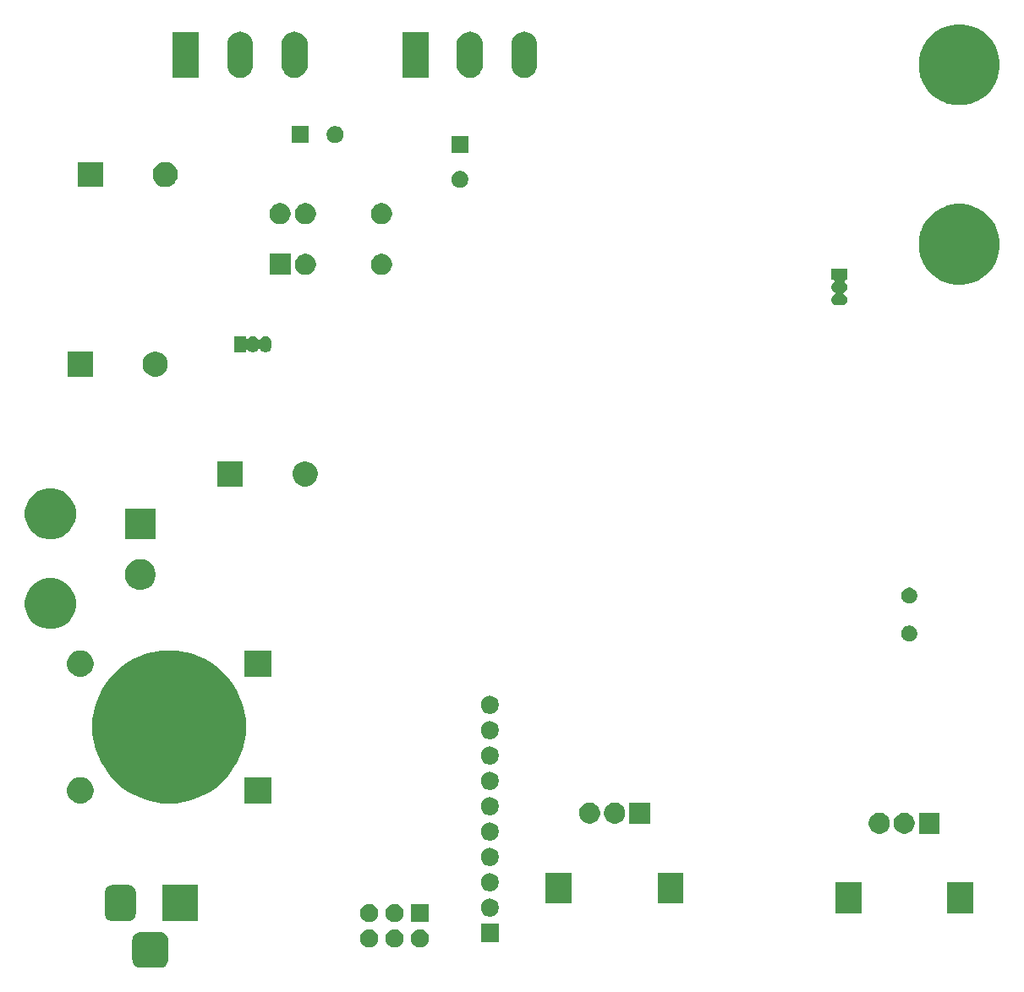
<source format=gbr>
G04 #@! TF.GenerationSoftware,KiCad,Pcbnew,(5.1.5)-3*
G04 #@! TF.CreationDate,2020-06-08T13:02:41+01:00*
G04 #@! TF.ProjectId,25v PSU,32357620-5053-4552-9e6b-696361645f70,rev?*
G04 #@! TF.SameCoordinates,Original*
G04 #@! TF.FileFunction,Soldermask,Bot*
G04 #@! TF.FilePolarity,Negative*
%FSLAX46Y46*%
G04 Gerber Fmt 4.6, Leading zero omitted, Abs format (unit mm)*
G04 Created by KiCad (PCBNEW (5.1.5)-3) date 2020-06-08 13:02:41*
%MOMM*%
%LPD*%
G04 APERTURE LIST*
%ADD10C,0.100000*%
G04 APERTURE END LIST*
D10*
G36*
X107126366Y-140915695D02*
G01*
X107283460Y-140963349D01*
X107428231Y-141040731D01*
X107555128Y-141144872D01*
X107659269Y-141271769D01*
X107736651Y-141416540D01*
X107784305Y-141573634D01*
X107801000Y-141743140D01*
X107801000Y-143656860D01*
X107784305Y-143826366D01*
X107736651Y-143983460D01*
X107659269Y-144128231D01*
X107555128Y-144255128D01*
X107428231Y-144359269D01*
X107283460Y-144436651D01*
X107126366Y-144484305D01*
X106956860Y-144501000D01*
X105043140Y-144501000D01*
X104873634Y-144484305D01*
X104716540Y-144436651D01*
X104571769Y-144359269D01*
X104444872Y-144255128D01*
X104340731Y-144128231D01*
X104263349Y-143983460D01*
X104215695Y-143826366D01*
X104199000Y-143656860D01*
X104199000Y-141743140D01*
X104215695Y-141573634D01*
X104263349Y-141416540D01*
X104340731Y-141271769D01*
X104444872Y-141144872D01*
X104571769Y-141040731D01*
X104716540Y-140963349D01*
X104873634Y-140915695D01*
X105043140Y-140899000D01*
X106956860Y-140899000D01*
X107126366Y-140915695D01*
G37*
G36*
X133113512Y-140643927D02*
G01*
X133262812Y-140673624D01*
X133426784Y-140741544D01*
X133574354Y-140840147D01*
X133699853Y-140965646D01*
X133798456Y-141113216D01*
X133866376Y-141277188D01*
X133901000Y-141451259D01*
X133901000Y-141628741D01*
X133866376Y-141802812D01*
X133798456Y-141966784D01*
X133699853Y-142114354D01*
X133574354Y-142239853D01*
X133426784Y-142338456D01*
X133262812Y-142406376D01*
X133113512Y-142436073D01*
X133088742Y-142441000D01*
X132911258Y-142441000D01*
X132886488Y-142436073D01*
X132737188Y-142406376D01*
X132573216Y-142338456D01*
X132425646Y-142239853D01*
X132300147Y-142114354D01*
X132201544Y-141966784D01*
X132133624Y-141802812D01*
X132099000Y-141628741D01*
X132099000Y-141451259D01*
X132133624Y-141277188D01*
X132201544Y-141113216D01*
X132300147Y-140965646D01*
X132425646Y-140840147D01*
X132573216Y-140741544D01*
X132737188Y-140673624D01*
X132886488Y-140643927D01*
X132911258Y-140639000D01*
X133088742Y-140639000D01*
X133113512Y-140643927D01*
G37*
G36*
X128033512Y-140643927D02*
G01*
X128182812Y-140673624D01*
X128346784Y-140741544D01*
X128494354Y-140840147D01*
X128619853Y-140965646D01*
X128718456Y-141113216D01*
X128786376Y-141277188D01*
X128821000Y-141451259D01*
X128821000Y-141628741D01*
X128786376Y-141802812D01*
X128718456Y-141966784D01*
X128619853Y-142114354D01*
X128494354Y-142239853D01*
X128346784Y-142338456D01*
X128182812Y-142406376D01*
X128033512Y-142436073D01*
X128008742Y-142441000D01*
X127831258Y-142441000D01*
X127806488Y-142436073D01*
X127657188Y-142406376D01*
X127493216Y-142338456D01*
X127345646Y-142239853D01*
X127220147Y-142114354D01*
X127121544Y-141966784D01*
X127053624Y-141802812D01*
X127019000Y-141628741D01*
X127019000Y-141451259D01*
X127053624Y-141277188D01*
X127121544Y-141113216D01*
X127220147Y-140965646D01*
X127345646Y-140840147D01*
X127493216Y-140741544D01*
X127657188Y-140673624D01*
X127806488Y-140643927D01*
X127831258Y-140639000D01*
X128008742Y-140639000D01*
X128033512Y-140643927D01*
G37*
G36*
X130573512Y-140643927D02*
G01*
X130722812Y-140673624D01*
X130886784Y-140741544D01*
X131034354Y-140840147D01*
X131159853Y-140965646D01*
X131258456Y-141113216D01*
X131326376Y-141277188D01*
X131361000Y-141451259D01*
X131361000Y-141628741D01*
X131326376Y-141802812D01*
X131258456Y-141966784D01*
X131159853Y-142114354D01*
X131034354Y-142239853D01*
X130886784Y-142338456D01*
X130722812Y-142406376D01*
X130573512Y-142436073D01*
X130548742Y-142441000D01*
X130371258Y-142441000D01*
X130346488Y-142436073D01*
X130197188Y-142406376D01*
X130033216Y-142338456D01*
X129885646Y-142239853D01*
X129760147Y-142114354D01*
X129661544Y-141966784D01*
X129593624Y-141802812D01*
X129559000Y-141628741D01*
X129559000Y-141451259D01*
X129593624Y-141277188D01*
X129661544Y-141113216D01*
X129760147Y-140965646D01*
X129885646Y-140840147D01*
X130033216Y-140741544D01*
X130197188Y-140673624D01*
X130346488Y-140643927D01*
X130371258Y-140639000D01*
X130548742Y-140639000D01*
X130573512Y-140643927D01*
G37*
G36*
X140901000Y-141901000D02*
G01*
X139099000Y-141901000D01*
X139099000Y-140099000D01*
X140901000Y-140099000D01*
X140901000Y-141901000D01*
G37*
G36*
X133901000Y-139901000D02*
G01*
X132099000Y-139901000D01*
X132099000Y-138099000D01*
X133901000Y-138099000D01*
X133901000Y-139901000D01*
G37*
G36*
X128033512Y-138103927D02*
G01*
X128182812Y-138133624D01*
X128346784Y-138201544D01*
X128494354Y-138300147D01*
X128619853Y-138425646D01*
X128718456Y-138573216D01*
X128786376Y-138737188D01*
X128821000Y-138911259D01*
X128821000Y-139088741D01*
X128786376Y-139262812D01*
X128718456Y-139426784D01*
X128619853Y-139574354D01*
X128494354Y-139699853D01*
X128346784Y-139798456D01*
X128182812Y-139866376D01*
X128033512Y-139896073D01*
X128008742Y-139901000D01*
X127831258Y-139901000D01*
X127806488Y-139896073D01*
X127657188Y-139866376D01*
X127493216Y-139798456D01*
X127345646Y-139699853D01*
X127220147Y-139574354D01*
X127121544Y-139426784D01*
X127053624Y-139262812D01*
X127019000Y-139088741D01*
X127019000Y-138911259D01*
X127053624Y-138737188D01*
X127121544Y-138573216D01*
X127220147Y-138425646D01*
X127345646Y-138300147D01*
X127493216Y-138201544D01*
X127657188Y-138133624D01*
X127806488Y-138103927D01*
X127831258Y-138099000D01*
X128008742Y-138099000D01*
X128033512Y-138103927D01*
G37*
G36*
X130573512Y-138103927D02*
G01*
X130722812Y-138133624D01*
X130886784Y-138201544D01*
X131034354Y-138300147D01*
X131159853Y-138425646D01*
X131258456Y-138573216D01*
X131326376Y-138737188D01*
X131361000Y-138911259D01*
X131361000Y-139088741D01*
X131326376Y-139262812D01*
X131258456Y-139426784D01*
X131159853Y-139574354D01*
X131034354Y-139699853D01*
X130886784Y-139798456D01*
X130722812Y-139866376D01*
X130573512Y-139896073D01*
X130548742Y-139901000D01*
X130371258Y-139901000D01*
X130346488Y-139896073D01*
X130197188Y-139866376D01*
X130033216Y-139798456D01*
X129885646Y-139699853D01*
X129760147Y-139574354D01*
X129661544Y-139426784D01*
X129593624Y-139262812D01*
X129559000Y-139088741D01*
X129559000Y-138911259D01*
X129593624Y-138737188D01*
X129661544Y-138573216D01*
X129760147Y-138425646D01*
X129885646Y-138300147D01*
X130033216Y-138201544D01*
X130197188Y-138133624D01*
X130346488Y-138103927D01*
X130371258Y-138099000D01*
X130548742Y-138099000D01*
X130573512Y-138103927D01*
G37*
G36*
X103976979Y-136213293D02*
G01*
X104110625Y-136253834D01*
X104233784Y-136319664D01*
X104341740Y-136408260D01*
X104430336Y-136516216D01*
X104496166Y-136639375D01*
X104536707Y-136773021D01*
X104551000Y-136918140D01*
X104551000Y-139081860D01*
X104536707Y-139226979D01*
X104496166Y-139360625D01*
X104430336Y-139483784D01*
X104341740Y-139591740D01*
X104233784Y-139680336D01*
X104110625Y-139746166D01*
X103976979Y-139786707D01*
X103831860Y-139801000D01*
X102168140Y-139801000D01*
X102023021Y-139786707D01*
X101889375Y-139746166D01*
X101766216Y-139680336D01*
X101658260Y-139591740D01*
X101569664Y-139483784D01*
X101503834Y-139360625D01*
X101463293Y-139226979D01*
X101449000Y-139081860D01*
X101449000Y-136918140D01*
X101463293Y-136773021D01*
X101503834Y-136639375D01*
X101569664Y-136516216D01*
X101658260Y-136408260D01*
X101766216Y-136319664D01*
X101889375Y-136253834D01*
X102023021Y-136213293D01*
X102168140Y-136199000D01*
X103831860Y-136199000D01*
X103976979Y-136213293D01*
G37*
G36*
X110801000Y-139801000D02*
G01*
X107199000Y-139801000D01*
X107199000Y-136199000D01*
X110801000Y-136199000D01*
X110801000Y-139801000D01*
G37*
G36*
X140113512Y-137563927D02*
G01*
X140262812Y-137593624D01*
X140426784Y-137661544D01*
X140574354Y-137760147D01*
X140699853Y-137885646D01*
X140798456Y-138033216D01*
X140866376Y-138197188D01*
X140901000Y-138371259D01*
X140901000Y-138548741D01*
X140866376Y-138722812D01*
X140798456Y-138886784D01*
X140699853Y-139034354D01*
X140574354Y-139159853D01*
X140426784Y-139258456D01*
X140262812Y-139326376D01*
X140113512Y-139356073D01*
X140088742Y-139361000D01*
X139911258Y-139361000D01*
X139886488Y-139356073D01*
X139737188Y-139326376D01*
X139573216Y-139258456D01*
X139425646Y-139159853D01*
X139300147Y-139034354D01*
X139201544Y-138886784D01*
X139133624Y-138722812D01*
X139099000Y-138548741D01*
X139099000Y-138371259D01*
X139133624Y-138197188D01*
X139201544Y-138033216D01*
X139300147Y-137885646D01*
X139425646Y-137760147D01*
X139573216Y-137661544D01*
X139737188Y-137593624D01*
X139886488Y-137563927D01*
X139911258Y-137559000D01*
X140088742Y-137559000D01*
X140113512Y-137563927D01*
G37*
G36*
X177201000Y-139051000D02*
G01*
X174599000Y-139051000D01*
X174599000Y-135949000D01*
X177201000Y-135949000D01*
X177201000Y-139051000D01*
G37*
G36*
X188401000Y-139051000D02*
G01*
X185799000Y-139051000D01*
X185799000Y-135949000D01*
X188401000Y-135949000D01*
X188401000Y-139051000D01*
G37*
G36*
X148201000Y-138051000D02*
G01*
X145599000Y-138051000D01*
X145599000Y-134949000D01*
X148201000Y-134949000D01*
X148201000Y-138051000D01*
G37*
G36*
X159401000Y-138051000D02*
G01*
X156799000Y-138051000D01*
X156799000Y-134949000D01*
X159401000Y-134949000D01*
X159401000Y-138051000D01*
G37*
G36*
X140113512Y-135023927D02*
G01*
X140262812Y-135053624D01*
X140426784Y-135121544D01*
X140574354Y-135220147D01*
X140699853Y-135345646D01*
X140798456Y-135493216D01*
X140866376Y-135657188D01*
X140901000Y-135831259D01*
X140901000Y-136008741D01*
X140866376Y-136182812D01*
X140798456Y-136346784D01*
X140699853Y-136494354D01*
X140574354Y-136619853D01*
X140426784Y-136718456D01*
X140262812Y-136786376D01*
X140113512Y-136816073D01*
X140088742Y-136821000D01*
X139911258Y-136821000D01*
X139886488Y-136816073D01*
X139737188Y-136786376D01*
X139573216Y-136718456D01*
X139425646Y-136619853D01*
X139300147Y-136494354D01*
X139201544Y-136346784D01*
X139133624Y-136182812D01*
X139099000Y-136008741D01*
X139099000Y-135831259D01*
X139133624Y-135657188D01*
X139201544Y-135493216D01*
X139300147Y-135345646D01*
X139425646Y-135220147D01*
X139573216Y-135121544D01*
X139737188Y-135053624D01*
X139886488Y-135023927D01*
X139911258Y-135019000D01*
X140088742Y-135019000D01*
X140113512Y-135023927D01*
G37*
G36*
X140113512Y-132483927D02*
G01*
X140262812Y-132513624D01*
X140426784Y-132581544D01*
X140574354Y-132680147D01*
X140699853Y-132805646D01*
X140798456Y-132953216D01*
X140866376Y-133117188D01*
X140901000Y-133291259D01*
X140901000Y-133468741D01*
X140866376Y-133642812D01*
X140798456Y-133806784D01*
X140699853Y-133954354D01*
X140574354Y-134079853D01*
X140426784Y-134178456D01*
X140262812Y-134246376D01*
X140113512Y-134276073D01*
X140088742Y-134281000D01*
X139911258Y-134281000D01*
X139886488Y-134276073D01*
X139737188Y-134246376D01*
X139573216Y-134178456D01*
X139425646Y-134079853D01*
X139300147Y-133954354D01*
X139201544Y-133806784D01*
X139133624Y-133642812D01*
X139099000Y-133468741D01*
X139099000Y-133291259D01*
X139133624Y-133117188D01*
X139201544Y-132953216D01*
X139300147Y-132805646D01*
X139425646Y-132680147D01*
X139573216Y-132581544D01*
X139737188Y-132513624D01*
X139886488Y-132483927D01*
X139911258Y-132479000D01*
X140088742Y-132479000D01*
X140113512Y-132483927D01*
G37*
G36*
X140113512Y-129943927D02*
G01*
X140262812Y-129973624D01*
X140426784Y-130041544D01*
X140574354Y-130140147D01*
X140699853Y-130265646D01*
X140798456Y-130413216D01*
X140866376Y-130577188D01*
X140901000Y-130751259D01*
X140901000Y-130928741D01*
X140866376Y-131102812D01*
X140798456Y-131266784D01*
X140699853Y-131414354D01*
X140574354Y-131539853D01*
X140426784Y-131638456D01*
X140262812Y-131706376D01*
X140113512Y-131736073D01*
X140088742Y-131741000D01*
X139911258Y-131741000D01*
X139886488Y-131736073D01*
X139737188Y-131706376D01*
X139573216Y-131638456D01*
X139425646Y-131539853D01*
X139300147Y-131414354D01*
X139201544Y-131266784D01*
X139133624Y-131102812D01*
X139099000Y-130928741D01*
X139099000Y-130751259D01*
X139133624Y-130577188D01*
X139201544Y-130413216D01*
X139300147Y-130265646D01*
X139425646Y-130140147D01*
X139573216Y-130041544D01*
X139737188Y-129973624D01*
X139886488Y-129943927D01*
X139911258Y-129939000D01*
X140088742Y-129939000D01*
X140113512Y-129943927D01*
G37*
G36*
X185051000Y-131051000D02*
G01*
X182949000Y-131051000D01*
X182949000Y-128949000D01*
X185051000Y-128949000D01*
X185051000Y-131051000D01*
G37*
G36*
X179306564Y-128989389D02*
G01*
X179497833Y-129068615D01*
X179497835Y-129068616D01*
X179669973Y-129183635D01*
X179816365Y-129330027D01*
X179928491Y-129497835D01*
X179931385Y-129502167D01*
X180010611Y-129693436D01*
X180051000Y-129896484D01*
X180051000Y-130103516D01*
X180010611Y-130306564D01*
X179931385Y-130497833D01*
X179931384Y-130497835D01*
X179816365Y-130669973D01*
X179669973Y-130816365D01*
X179497835Y-130931384D01*
X179497834Y-130931385D01*
X179497833Y-130931385D01*
X179306564Y-131010611D01*
X179103516Y-131051000D01*
X178896484Y-131051000D01*
X178693436Y-131010611D01*
X178502167Y-130931385D01*
X178502166Y-130931385D01*
X178502165Y-130931384D01*
X178330027Y-130816365D01*
X178183635Y-130669973D01*
X178068616Y-130497835D01*
X178068615Y-130497833D01*
X177989389Y-130306564D01*
X177949000Y-130103516D01*
X177949000Y-129896484D01*
X177989389Y-129693436D01*
X178068615Y-129502167D01*
X178071510Y-129497835D01*
X178183635Y-129330027D01*
X178330027Y-129183635D01*
X178502165Y-129068616D01*
X178502167Y-129068615D01*
X178693436Y-128989389D01*
X178896484Y-128949000D01*
X179103516Y-128949000D01*
X179306564Y-128989389D01*
G37*
G36*
X181806564Y-128989389D02*
G01*
X181997833Y-129068615D01*
X181997835Y-129068616D01*
X182169973Y-129183635D01*
X182316365Y-129330027D01*
X182428491Y-129497835D01*
X182431385Y-129502167D01*
X182510611Y-129693436D01*
X182551000Y-129896484D01*
X182551000Y-130103516D01*
X182510611Y-130306564D01*
X182431385Y-130497833D01*
X182431384Y-130497835D01*
X182316365Y-130669973D01*
X182169973Y-130816365D01*
X181997835Y-130931384D01*
X181997834Y-130931385D01*
X181997833Y-130931385D01*
X181806564Y-131010611D01*
X181603516Y-131051000D01*
X181396484Y-131051000D01*
X181193436Y-131010611D01*
X181002167Y-130931385D01*
X181002166Y-130931385D01*
X181002165Y-130931384D01*
X180830027Y-130816365D01*
X180683635Y-130669973D01*
X180568616Y-130497835D01*
X180568615Y-130497833D01*
X180489389Y-130306564D01*
X180449000Y-130103516D01*
X180449000Y-129896484D01*
X180489389Y-129693436D01*
X180568615Y-129502167D01*
X180571510Y-129497835D01*
X180683635Y-129330027D01*
X180830027Y-129183635D01*
X181002165Y-129068616D01*
X181002167Y-129068615D01*
X181193436Y-128989389D01*
X181396484Y-128949000D01*
X181603516Y-128949000D01*
X181806564Y-128989389D01*
G37*
G36*
X156051000Y-130051000D02*
G01*
X153949000Y-130051000D01*
X153949000Y-127949000D01*
X156051000Y-127949000D01*
X156051000Y-130051000D01*
G37*
G36*
X152806564Y-127989389D02*
G01*
X152997833Y-128068615D01*
X152997835Y-128068616D01*
X153169973Y-128183635D01*
X153316365Y-128330027D01*
X153431385Y-128502167D01*
X153510611Y-128693436D01*
X153551000Y-128896484D01*
X153551000Y-129103516D01*
X153510611Y-129306564D01*
X153500892Y-129330027D01*
X153431384Y-129497835D01*
X153316365Y-129669973D01*
X153169973Y-129816365D01*
X152997835Y-129931384D01*
X152997834Y-129931385D01*
X152997833Y-129931385D01*
X152806564Y-130010611D01*
X152603516Y-130051000D01*
X152396484Y-130051000D01*
X152193436Y-130010611D01*
X152002167Y-129931385D01*
X152002166Y-129931385D01*
X152002165Y-129931384D01*
X151830027Y-129816365D01*
X151683635Y-129669973D01*
X151568616Y-129497835D01*
X151499108Y-129330027D01*
X151489389Y-129306564D01*
X151449000Y-129103516D01*
X151449000Y-128896484D01*
X151489389Y-128693436D01*
X151568615Y-128502167D01*
X151683635Y-128330027D01*
X151830027Y-128183635D01*
X152002165Y-128068616D01*
X152002167Y-128068615D01*
X152193436Y-127989389D01*
X152396484Y-127949000D01*
X152603516Y-127949000D01*
X152806564Y-127989389D01*
G37*
G36*
X150306564Y-127989389D02*
G01*
X150497833Y-128068615D01*
X150497835Y-128068616D01*
X150669973Y-128183635D01*
X150816365Y-128330027D01*
X150931385Y-128502167D01*
X151010611Y-128693436D01*
X151051000Y-128896484D01*
X151051000Y-129103516D01*
X151010611Y-129306564D01*
X151000892Y-129330027D01*
X150931384Y-129497835D01*
X150816365Y-129669973D01*
X150669973Y-129816365D01*
X150497835Y-129931384D01*
X150497834Y-129931385D01*
X150497833Y-129931385D01*
X150306564Y-130010611D01*
X150103516Y-130051000D01*
X149896484Y-130051000D01*
X149693436Y-130010611D01*
X149502167Y-129931385D01*
X149502166Y-129931385D01*
X149502165Y-129931384D01*
X149330027Y-129816365D01*
X149183635Y-129669973D01*
X149068616Y-129497835D01*
X148999108Y-129330027D01*
X148989389Y-129306564D01*
X148949000Y-129103516D01*
X148949000Y-128896484D01*
X148989389Y-128693436D01*
X149068615Y-128502167D01*
X149183635Y-128330027D01*
X149330027Y-128183635D01*
X149502165Y-128068616D01*
X149502167Y-128068615D01*
X149693436Y-127989389D01*
X149896484Y-127949000D01*
X150103516Y-127949000D01*
X150306564Y-127989389D01*
G37*
G36*
X140113512Y-127403927D02*
G01*
X140262812Y-127433624D01*
X140426784Y-127501544D01*
X140574354Y-127600147D01*
X140699853Y-127725646D01*
X140798456Y-127873216D01*
X140866376Y-128037188D01*
X140901000Y-128211259D01*
X140901000Y-128388741D01*
X140866376Y-128562812D01*
X140798456Y-128726784D01*
X140699853Y-128874354D01*
X140574354Y-128999853D01*
X140426784Y-129098456D01*
X140262812Y-129166376D01*
X140113512Y-129196073D01*
X140088742Y-129201000D01*
X139911258Y-129201000D01*
X139886488Y-129196073D01*
X139737188Y-129166376D01*
X139573216Y-129098456D01*
X139425646Y-128999853D01*
X139300147Y-128874354D01*
X139201544Y-128726784D01*
X139133624Y-128562812D01*
X139099000Y-128388741D01*
X139099000Y-128211259D01*
X139133624Y-128037188D01*
X139201544Y-127873216D01*
X139300147Y-127725646D01*
X139425646Y-127600147D01*
X139573216Y-127501544D01*
X139737188Y-127433624D01*
X139886488Y-127403927D01*
X139911258Y-127399000D01*
X140088742Y-127399000D01*
X140113512Y-127403927D01*
G37*
G36*
X99257714Y-125404382D02*
G01*
X99385322Y-125429765D01*
X99526148Y-125488097D01*
X99625727Y-125529344D01*
X99625728Y-125529345D01*
X99842089Y-125673912D01*
X100026088Y-125857911D01*
X100122685Y-126002479D01*
X100170656Y-126074273D01*
X100211903Y-126173852D01*
X100270235Y-126314678D01*
X100321000Y-126569893D01*
X100321000Y-126830107D01*
X100270235Y-127085322D01*
X100244292Y-127147953D01*
X100170656Y-127325727D01*
X100170655Y-127325728D01*
X100026088Y-127542089D01*
X99842089Y-127726088D01*
X99697521Y-127822685D01*
X99625727Y-127870656D01*
X99526148Y-127911903D01*
X99385322Y-127970235D01*
X99257714Y-127995618D01*
X99130109Y-128021000D01*
X98869891Y-128021000D01*
X98742286Y-127995618D01*
X98614678Y-127970235D01*
X98473852Y-127911903D01*
X98374273Y-127870656D01*
X98302479Y-127822685D01*
X98157911Y-127726088D01*
X97973912Y-127542089D01*
X97829345Y-127325728D01*
X97829344Y-127325727D01*
X97755708Y-127147953D01*
X97729765Y-127085322D01*
X97679000Y-126830107D01*
X97679000Y-126569893D01*
X97729765Y-126314678D01*
X97788097Y-126173852D01*
X97829344Y-126074273D01*
X97877315Y-126002479D01*
X97973912Y-125857911D01*
X98157911Y-125673912D01*
X98374272Y-125529345D01*
X98374273Y-125529344D01*
X98473852Y-125488097D01*
X98614678Y-125429765D01*
X98742286Y-125404382D01*
X98869891Y-125379000D01*
X99130109Y-125379000D01*
X99257714Y-125404382D01*
G37*
G36*
X118101000Y-128021000D02*
G01*
X115459000Y-128021000D01*
X115459000Y-125379000D01*
X118101000Y-125379000D01*
X118101000Y-128021000D01*
G37*
G36*
X110127547Y-112973791D02*
G01*
X111523580Y-113552047D01*
X111940480Y-113830611D01*
X112779978Y-114391545D01*
X113848455Y-115460022D01*
X114409389Y-116299520D01*
X114687953Y-116716420D01*
X115266209Y-118112453D01*
X115561000Y-119594471D01*
X115561000Y-121105529D01*
X115266209Y-122587547D01*
X114687953Y-123983580D01*
X114619267Y-124086376D01*
X113848455Y-125239978D01*
X112779978Y-126308455D01*
X111999270Y-126830107D01*
X111523580Y-127147953D01*
X110127547Y-127726209D01*
X108645529Y-128021000D01*
X107134471Y-128021000D01*
X105652453Y-127726209D01*
X104256420Y-127147953D01*
X103780730Y-126830107D01*
X103000022Y-126308455D01*
X101931545Y-125239978D01*
X101160733Y-124086376D01*
X101092047Y-123983580D01*
X100513791Y-122587547D01*
X100219000Y-121105529D01*
X100219000Y-119594471D01*
X100513791Y-118112453D01*
X101092047Y-116716420D01*
X101370611Y-116299520D01*
X101931545Y-115460022D01*
X103000022Y-114391545D01*
X103839520Y-113830611D01*
X104256420Y-113552047D01*
X105652453Y-112973791D01*
X107134471Y-112679000D01*
X108645529Y-112679000D01*
X110127547Y-112973791D01*
G37*
G36*
X140113512Y-124863927D02*
G01*
X140262812Y-124893624D01*
X140426784Y-124961544D01*
X140574354Y-125060147D01*
X140699853Y-125185646D01*
X140798456Y-125333216D01*
X140866376Y-125497188D01*
X140901000Y-125671259D01*
X140901000Y-125848741D01*
X140866376Y-126022812D01*
X140798456Y-126186784D01*
X140699853Y-126334354D01*
X140574354Y-126459853D01*
X140426784Y-126558456D01*
X140262812Y-126626376D01*
X140113512Y-126656073D01*
X140088742Y-126661000D01*
X139911258Y-126661000D01*
X139886488Y-126656073D01*
X139737188Y-126626376D01*
X139573216Y-126558456D01*
X139425646Y-126459853D01*
X139300147Y-126334354D01*
X139201544Y-126186784D01*
X139133624Y-126022812D01*
X139099000Y-125848741D01*
X139099000Y-125671259D01*
X139133624Y-125497188D01*
X139201544Y-125333216D01*
X139300147Y-125185646D01*
X139425646Y-125060147D01*
X139573216Y-124961544D01*
X139737188Y-124893624D01*
X139886488Y-124863927D01*
X139911258Y-124859000D01*
X140088742Y-124859000D01*
X140113512Y-124863927D01*
G37*
G36*
X140113512Y-122323927D02*
G01*
X140262812Y-122353624D01*
X140426784Y-122421544D01*
X140574354Y-122520147D01*
X140699853Y-122645646D01*
X140798456Y-122793216D01*
X140866376Y-122957188D01*
X140901000Y-123131259D01*
X140901000Y-123308741D01*
X140866376Y-123482812D01*
X140798456Y-123646784D01*
X140699853Y-123794354D01*
X140574354Y-123919853D01*
X140426784Y-124018456D01*
X140262812Y-124086376D01*
X140113512Y-124116073D01*
X140088742Y-124121000D01*
X139911258Y-124121000D01*
X139886488Y-124116073D01*
X139737188Y-124086376D01*
X139573216Y-124018456D01*
X139425646Y-123919853D01*
X139300147Y-123794354D01*
X139201544Y-123646784D01*
X139133624Y-123482812D01*
X139099000Y-123308741D01*
X139099000Y-123131259D01*
X139133624Y-122957188D01*
X139201544Y-122793216D01*
X139300147Y-122645646D01*
X139425646Y-122520147D01*
X139573216Y-122421544D01*
X139737188Y-122353624D01*
X139886488Y-122323927D01*
X139911258Y-122319000D01*
X140088742Y-122319000D01*
X140113512Y-122323927D01*
G37*
G36*
X140113512Y-119783927D02*
G01*
X140262812Y-119813624D01*
X140426784Y-119881544D01*
X140574354Y-119980147D01*
X140699853Y-120105646D01*
X140798456Y-120253216D01*
X140866376Y-120417188D01*
X140901000Y-120591259D01*
X140901000Y-120768741D01*
X140866376Y-120942812D01*
X140798456Y-121106784D01*
X140699853Y-121254354D01*
X140574354Y-121379853D01*
X140426784Y-121478456D01*
X140262812Y-121546376D01*
X140113512Y-121576073D01*
X140088742Y-121581000D01*
X139911258Y-121581000D01*
X139886488Y-121576073D01*
X139737188Y-121546376D01*
X139573216Y-121478456D01*
X139425646Y-121379853D01*
X139300147Y-121254354D01*
X139201544Y-121106784D01*
X139133624Y-120942812D01*
X139099000Y-120768741D01*
X139099000Y-120591259D01*
X139133624Y-120417188D01*
X139201544Y-120253216D01*
X139300147Y-120105646D01*
X139425646Y-119980147D01*
X139573216Y-119881544D01*
X139737188Y-119813624D01*
X139886488Y-119783927D01*
X139911258Y-119779000D01*
X140088742Y-119779000D01*
X140113512Y-119783927D01*
G37*
G36*
X140113512Y-117243927D02*
G01*
X140262812Y-117273624D01*
X140426784Y-117341544D01*
X140574354Y-117440147D01*
X140699853Y-117565646D01*
X140798456Y-117713216D01*
X140866376Y-117877188D01*
X140901000Y-118051259D01*
X140901000Y-118228741D01*
X140866376Y-118402812D01*
X140798456Y-118566784D01*
X140699853Y-118714354D01*
X140574354Y-118839853D01*
X140426784Y-118938456D01*
X140262812Y-119006376D01*
X140113512Y-119036073D01*
X140088742Y-119041000D01*
X139911258Y-119041000D01*
X139886488Y-119036073D01*
X139737188Y-119006376D01*
X139573216Y-118938456D01*
X139425646Y-118839853D01*
X139300147Y-118714354D01*
X139201544Y-118566784D01*
X139133624Y-118402812D01*
X139099000Y-118228741D01*
X139099000Y-118051259D01*
X139133624Y-117877188D01*
X139201544Y-117713216D01*
X139300147Y-117565646D01*
X139425646Y-117440147D01*
X139573216Y-117341544D01*
X139737188Y-117273624D01*
X139886488Y-117243927D01*
X139911258Y-117239000D01*
X140088742Y-117239000D01*
X140113512Y-117243927D01*
G37*
G36*
X99257715Y-112704383D02*
G01*
X99385322Y-112729765D01*
X99526148Y-112788097D01*
X99625727Y-112829344D01*
X99625728Y-112829345D01*
X99842089Y-112973912D01*
X100026088Y-113157911D01*
X100122685Y-113302479D01*
X100170656Y-113374273D01*
X100211903Y-113473852D01*
X100270235Y-113614678D01*
X100321000Y-113869893D01*
X100321000Y-114130107D01*
X100270235Y-114385322D01*
X100267657Y-114391545D01*
X100170656Y-114625727D01*
X100170655Y-114625728D01*
X100026088Y-114842089D01*
X99842089Y-115026088D01*
X99697521Y-115122685D01*
X99625727Y-115170656D01*
X99526148Y-115211903D01*
X99385322Y-115270235D01*
X99257715Y-115295617D01*
X99130109Y-115321000D01*
X98869891Y-115321000D01*
X98742285Y-115295617D01*
X98614678Y-115270235D01*
X98473852Y-115211903D01*
X98374273Y-115170656D01*
X98302479Y-115122685D01*
X98157911Y-115026088D01*
X97973912Y-114842089D01*
X97829345Y-114625728D01*
X97829344Y-114625727D01*
X97732343Y-114391545D01*
X97729765Y-114385322D01*
X97679000Y-114130107D01*
X97679000Y-113869893D01*
X97729765Y-113614678D01*
X97788097Y-113473852D01*
X97829344Y-113374273D01*
X97877315Y-113302479D01*
X97973912Y-113157911D01*
X98157911Y-112973912D01*
X98374272Y-112829345D01*
X98374273Y-112829344D01*
X98473852Y-112788097D01*
X98614678Y-112729765D01*
X98742285Y-112704383D01*
X98869891Y-112679000D01*
X99130109Y-112679000D01*
X99257715Y-112704383D01*
G37*
G36*
X118101000Y-115321000D02*
G01*
X115459000Y-115321000D01*
X115459000Y-112679000D01*
X118101000Y-112679000D01*
X118101000Y-115321000D01*
G37*
G36*
X182233642Y-110229781D02*
G01*
X182308209Y-110260668D01*
X182379416Y-110290163D01*
X182510608Y-110377822D01*
X182622178Y-110489392D01*
X182709837Y-110620584D01*
X182709838Y-110620586D01*
X182770219Y-110766358D01*
X182801000Y-110921107D01*
X182801000Y-111078893D01*
X182770219Y-111233642D01*
X182709838Y-111379414D01*
X182709837Y-111379416D01*
X182622178Y-111510608D01*
X182510608Y-111622178D01*
X182379416Y-111709837D01*
X182379415Y-111709838D01*
X182379414Y-111709838D01*
X182233642Y-111770219D01*
X182078893Y-111801000D01*
X181921107Y-111801000D01*
X181766358Y-111770219D01*
X181620586Y-111709838D01*
X181620585Y-111709838D01*
X181620584Y-111709837D01*
X181489392Y-111622178D01*
X181377822Y-111510608D01*
X181290163Y-111379416D01*
X181290162Y-111379414D01*
X181229781Y-111233642D01*
X181199000Y-111078893D01*
X181199000Y-110921107D01*
X181229781Y-110766358D01*
X181290162Y-110620586D01*
X181290163Y-110620584D01*
X181377822Y-110489392D01*
X181489392Y-110377822D01*
X181620584Y-110290163D01*
X181691791Y-110260668D01*
X181766358Y-110229781D01*
X181921107Y-110199000D01*
X182078893Y-110199000D01*
X182233642Y-110229781D01*
G37*
G36*
X96744098Y-105547033D02*
G01*
X97208350Y-105739332D01*
X97208352Y-105739333D01*
X97626168Y-106018509D01*
X97981491Y-106373832D01*
X98192342Y-106689393D01*
X98260668Y-106791650D01*
X98452967Y-107255902D01*
X98551000Y-107748747D01*
X98551000Y-108251253D01*
X98452967Y-108744098D01*
X98260668Y-109208350D01*
X98260667Y-109208352D01*
X97981491Y-109626168D01*
X97626168Y-109981491D01*
X97208352Y-110260667D01*
X97208351Y-110260668D01*
X97208350Y-110260668D01*
X96744098Y-110452967D01*
X96251253Y-110551000D01*
X95748747Y-110551000D01*
X95255902Y-110452967D01*
X94791650Y-110260668D01*
X94791649Y-110260668D01*
X94791648Y-110260667D01*
X94373832Y-109981491D01*
X94018509Y-109626168D01*
X93739333Y-109208352D01*
X93739332Y-109208350D01*
X93547033Y-108744098D01*
X93449000Y-108251253D01*
X93449000Y-107748747D01*
X93547033Y-107255902D01*
X93739332Y-106791650D01*
X93807658Y-106689393D01*
X94018509Y-106373832D01*
X94373832Y-106018509D01*
X94791648Y-105739333D01*
X94791650Y-105739332D01*
X95255902Y-105547033D01*
X95748747Y-105449000D01*
X96251253Y-105449000D01*
X96744098Y-105547033D01*
G37*
G36*
X182233642Y-106429781D02*
G01*
X182379414Y-106490162D01*
X182379416Y-106490163D01*
X182510608Y-106577822D01*
X182622178Y-106689392D01*
X182690504Y-106791650D01*
X182709838Y-106820586D01*
X182770219Y-106966358D01*
X182801000Y-107121107D01*
X182801000Y-107278893D01*
X182770219Y-107433642D01*
X182709838Y-107579414D01*
X182709837Y-107579416D01*
X182622178Y-107710608D01*
X182510608Y-107822178D01*
X182379416Y-107909837D01*
X182379415Y-107909838D01*
X182379414Y-107909838D01*
X182233642Y-107970219D01*
X182078893Y-108001000D01*
X181921107Y-108001000D01*
X181766358Y-107970219D01*
X181620586Y-107909838D01*
X181620585Y-107909838D01*
X181620584Y-107909837D01*
X181489392Y-107822178D01*
X181377822Y-107710608D01*
X181290163Y-107579416D01*
X181290162Y-107579414D01*
X181229781Y-107433642D01*
X181199000Y-107278893D01*
X181199000Y-107121107D01*
X181229781Y-106966358D01*
X181290162Y-106820586D01*
X181309496Y-106791650D01*
X181377822Y-106689392D01*
X181489392Y-106577822D01*
X181620584Y-106490163D01*
X181620586Y-106490162D01*
X181766358Y-106429781D01*
X181921107Y-106399000D01*
X182078893Y-106399000D01*
X182233642Y-106429781D01*
G37*
G36*
X105302585Y-103558802D02*
G01*
X105452410Y-103588604D01*
X105734674Y-103705521D01*
X105988705Y-103875259D01*
X106204741Y-104091295D01*
X106374479Y-104345326D01*
X106491396Y-104627590D01*
X106551000Y-104927240D01*
X106551000Y-105232760D01*
X106491396Y-105532410D01*
X106374479Y-105814674D01*
X106204741Y-106068705D01*
X105988705Y-106284741D01*
X105734674Y-106454479D01*
X105452410Y-106571396D01*
X105302585Y-106601198D01*
X105152761Y-106631000D01*
X104847239Y-106631000D01*
X104697415Y-106601198D01*
X104547590Y-106571396D01*
X104265326Y-106454479D01*
X104011295Y-106284741D01*
X103795259Y-106068705D01*
X103625521Y-105814674D01*
X103508604Y-105532410D01*
X103449000Y-105232760D01*
X103449000Y-104927240D01*
X103508604Y-104627590D01*
X103625521Y-104345326D01*
X103795259Y-104091295D01*
X104011295Y-103875259D01*
X104265326Y-103705521D01*
X104547590Y-103588604D01*
X104697415Y-103558802D01*
X104847239Y-103529000D01*
X105152761Y-103529000D01*
X105302585Y-103558802D01*
G37*
G36*
X106551000Y-101551000D02*
G01*
X103449000Y-101551000D01*
X103449000Y-98449000D01*
X106551000Y-98449000D01*
X106551000Y-101551000D01*
G37*
G36*
X96744098Y-96547033D02*
G01*
X97208350Y-96739332D01*
X97208352Y-96739333D01*
X97626168Y-97018509D01*
X97981491Y-97373832D01*
X98260667Y-97791648D01*
X98260668Y-97791650D01*
X98452967Y-98255902D01*
X98551000Y-98748747D01*
X98551000Y-99251253D01*
X98452967Y-99744098D01*
X98260668Y-100208350D01*
X98260667Y-100208352D01*
X97981491Y-100626168D01*
X97626168Y-100981491D01*
X97208352Y-101260667D01*
X97208351Y-101260668D01*
X97208350Y-101260668D01*
X96744098Y-101452967D01*
X96251253Y-101551000D01*
X95748747Y-101551000D01*
X95255902Y-101452967D01*
X94791650Y-101260668D01*
X94791649Y-101260668D01*
X94791648Y-101260667D01*
X94373832Y-100981491D01*
X94018509Y-100626168D01*
X93739333Y-100208352D01*
X93739332Y-100208350D01*
X93547033Y-99744098D01*
X93449000Y-99251253D01*
X93449000Y-98748747D01*
X93547033Y-98255902D01*
X93739332Y-97791650D01*
X93739333Y-97791648D01*
X94018509Y-97373832D01*
X94373832Y-97018509D01*
X94791648Y-96739333D01*
X94791650Y-96739332D01*
X95255902Y-96547033D01*
X95748747Y-96449000D01*
X96251253Y-96449000D01*
X96744098Y-96547033D01*
G37*
G36*
X115251000Y-96251000D02*
G01*
X112749000Y-96251000D01*
X112749000Y-93749000D01*
X115251000Y-93749000D01*
X115251000Y-96251000D01*
G37*
G36*
X121864903Y-93797075D02*
G01*
X122092571Y-93891378D01*
X122297466Y-94028285D01*
X122471715Y-94202534D01*
X122608622Y-94407429D01*
X122702925Y-94635097D01*
X122751000Y-94876787D01*
X122751000Y-95123213D01*
X122702925Y-95364903D01*
X122608622Y-95592571D01*
X122471715Y-95797466D01*
X122297466Y-95971715D01*
X122092571Y-96108622D01*
X122092570Y-96108623D01*
X122092569Y-96108623D01*
X121864903Y-96202925D01*
X121623214Y-96251000D01*
X121376786Y-96251000D01*
X121135097Y-96202925D01*
X120907431Y-96108623D01*
X120907430Y-96108623D01*
X120907429Y-96108622D01*
X120702534Y-95971715D01*
X120528285Y-95797466D01*
X120391378Y-95592571D01*
X120297075Y-95364903D01*
X120249000Y-95123213D01*
X120249000Y-94876787D01*
X120297075Y-94635097D01*
X120391378Y-94407429D01*
X120528285Y-94202534D01*
X120702534Y-94028285D01*
X120907429Y-93891378D01*
X121135097Y-93797075D01*
X121376786Y-93749000D01*
X121623214Y-93749000D01*
X121864903Y-93797075D01*
G37*
G36*
X100251000Y-85251000D02*
G01*
X97749000Y-85251000D01*
X97749000Y-82749000D01*
X100251000Y-82749000D01*
X100251000Y-85251000D01*
G37*
G36*
X106842732Y-82792665D02*
G01*
X106864903Y-82797075D01*
X107092571Y-82891378D01*
X107297466Y-83028285D01*
X107471715Y-83202534D01*
X107608622Y-83407429D01*
X107702925Y-83635097D01*
X107751000Y-83876787D01*
X107751000Y-84123213D01*
X107702925Y-84364903D01*
X107608622Y-84592571D01*
X107471715Y-84797466D01*
X107297466Y-84971715D01*
X107092571Y-85108622D01*
X107092570Y-85108623D01*
X107092569Y-85108623D01*
X106864903Y-85202925D01*
X106623214Y-85251000D01*
X106376786Y-85251000D01*
X106135097Y-85202925D01*
X105907431Y-85108623D01*
X105907430Y-85108623D01*
X105907429Y-85108622D01*
X105702534Y-84971715D01*
X105528285Y-84797466D01*
X105391378Y-84592571D01*
X105297075Y-84364903D01*
X105249000Y-84123213D01*
X105249000Y-83876787D01*
X105297075Y-83635097D01*
X105391378Y-83407429D01*
X105528285Y-83202534D01*
X105702534Y-83028285D01*
X105907429Y-82891378D01*
X106135097Y-82797075D01*
X106157268Y-82792665D01*
X106376786Y-82749000D01*
X106623214Y-82749000D01*
X106842732Y-82792665D01*
G37*
G36*
X117652915Y-81207334D02*
G01*
X117761491Y-81240271D01*
X117761494Y-81240272D01*
X117797600Y-81259571D01*
X117861556Y-81293756D01*
X117949264Y-81365736D01*
X118021244Y-81453443D01*
X118055429Y-81517399D01*
X118074728Y-81553505D01*
X118074729Y-81553508D01*
X118107666Y-81662084D01*
X118116000Y-81746702D01*
X118116000Y-82253297D01*
X118107666Y-82337916D01*
X118075252Y-82444767D01*
X118074728Y-82446495D01*
X118064761Y-82465141D01*
X118021244Y-82546557D01*
X117949264Y-82634264D01*
X117861557Y-82706244D01*
X117797601Y-82740429D01*
X117761495Y-82759728D01*
X117761492Y-82759729D01*
X117652916Y-82792666D01*
X117540000Y-82803787D01*
X117427085Y-82792666D01*
X117318509Y-82759729D01*
X117318506Y-82759728D01*
X117282400Y-82740429D01*
X117218444Y-82706244D01*
X117130737Y-82634264D01*
X117058757Y-82546557D01*
X117015239Y-82465141D01*
X117001625Y-82444766D01*
X116984298Y-82427439D01*
X116963924Y-82413826D01*
X116941285Y-82404448D01*
X116917252Y-82399668D01*
X116892748Y-82399668D01*
X116868715Y-82404448D01*
X116846076Y-82413826D01*
X116825701Y-82427440D01*
X116808374Y-82444767D01*
X116794761Y-82465141D01*
X116751244Y-82546557D01*
X116679264Y-82634264D01*
X116591557Y-82706244D01*
X116527601Y-82740429D01*
X116491495Y-82759728D01*
X116491492Y-82759729D01*
X116382916Y-82792666D01*
X116270000Y-82803787D01*
X116157085Y-82792666D01*
X116048509Y-82759729D01*
X116048506Y-82759728D01*
X116012400Y-82740429D01*
X115948444Y-82706244D01*
X115860737Y-82634264D01*
X115797622Y-82557359D01*
X115780297Y-82540034D01*
X115759923Y-82526420D01*
X115737284Y-82517043D01*
X115713250Y-82512263D01*
X115688746Y-82512263D01*
X115664713Y-82517044D01*
X115642074Y-82526421D01*
X115621700Y-82540035D01*
X115604373Y-82557362D01*
X115590759Y-82577736D01*
X115581382Y-82600375D01*
X115576000Y-82636660D01*
X115576000Y-82801000D01*
X114424000Y-82801000D01*
X114424000Y-81199000D01*
X115576000Y-81199000D01*
X115576000Y-81363341D01*
X115578402Y-81387727D01*
X115585515Y-81411176D01*
X115597066Y-81432787D01*
X115612611Y-81451729D01*
X115631553Y-81467274D01*
X115653164Y-81478825D01*
X115676613Y-81485938D01*
X115700999Y-81488340D01*
X115725385Y-81485938D01*
X115748834Y-81478825D01*
X115770445Y-81467274D01*
X115789387Y-81451729D01*
X115797608Y-81442657D01*
X115860736Y-81365736D01*
X115948443Y-81293756D01*
X116012399Y-81259571D01*
X116048505Y-81240272D01*
X116048508Y-81240271D01*
X116157084Y-81207334D01*
X116270000Y-81196213D01*
X116382915Y-81207334D01*
X116491491Y-81240271D01*
X116491494Y-81240272D01*
X116527600Y-81259571D01*
X116591556Y-81293756D01*
X116679264Y-81365736D01*
X116751244Y-81453443D01*
X116794761Y-81534859D01*
X116808375Y-81555234D01*
X116825702Y-81572561D01*
X116846076Y-81586174D01*
X116868715Y-81595552D01*
X116892748Y-81600332D01*
X116917252Y-81600332D01*
X116941285Y-81595552D01*
X116963924Y-81586174D01*
X116984299Y-81572560D01*
X117001626Y-81555233D01*
X117015239Y-81534860D01*
X117058756Y-81453444D01*
X117130736Y-81365736D01*
X117218443Y-81293756D01*
X117282399Y-81259571D01*
X117318505Y-81240272D01*
X117318508Y-81240271D01*
X117427084Y-81207334D01*
X117540000Y-81196213D01*
X117652915Y-81207334D01*
G37*
G36*
X175801000Y-75576000D02*
G01*
X175636660Y-75576000D01*
X175612274Y-75578402D01*
X175588825Y-75585515D01*
X175567214Y-75597066D01*
X175548272Y-75612611D01*
X175532727Y-75631553D01*
X175521176Y-75653164D01*
X175514063Y-75676613D01*
X175511661Y-75700999D01*
X175514063Y-75725385D01*
X175521176Y-75748834D01*
X175532727Y-75770445D01*
X175548272Y-75789387D01*
X175557345Y-75797609D01*
X175634264Y-75860736D01*
X175706244Y-75948443D01*
X175740429Y-76012399D01*
X175759728Y-76048505D01*
X175759729Y-76048508D01*
X175792666Y-76157084D01*
X175803787Y-76270000D01*
X175792666Y-76382916D01*
X175759729Y-76491492D01*
X175759728Y-76491495D01*
X175740429Y-76527601D01*
X175706244Y-76591557D01*
X175634264Y-76679264D01*
X175546557Y-76751244D01*
X175465141Y-76794761D01*
X175444766Y-76808375D01*
X175427439Y-76825702D01*
X175413826Y-76846076D01*
X175404448Y-76868715D01*
X175399668Y-76892748D01*
X175399668Y-76917252D01*
X175404448Y-76941285D01*
X175413826Y-76963924D01*
X175427440Y-76984299D01*
X175444767Y-77001626D01*
X175465141Y-77015239D01*
X175546557Y-77058756D01*
X175634264Y-77130736D01*
X175706244Y-77218443D01*
X175740429Y-77282399D01*
X175759728Y-77318505D01*
X175759729Y-77318508D01*
X175792666Y-77427084D01*
X175803787Y-77540000D01*
X175792666Y-77652916D01*
X175759729Y-77761492D01*
X175759728Y-77761495D01*
X175740429Y-77797601D01*
X175706244Y-77861557D01*
X175634264Y-77949264D01*
X175546557Y-78021244D01*
X175482601Y-78055429D01*
X175446495Y-78074728D01*
X175446492Y-78074729D01*
X175337916Y-78107666D01*
X175253298Y-78116000D01*
X174746702Y-78116000D01*
X174662084Y-78107666D01*
X174553508Y-78074729D01*
X174553505Y-78074728D01*
X174517399Y-78055429D01*
X174453443Y-78021244D01*
X174365736Y-77949264D01*
X174293756Y-77861557D01*
X174259571Y-77797601D01*
X174240272Y-77761495D01*
X174240271Y-77761492D01*
X174207334Y-77652916D01*
X174196213Y-77540000D01*
X174207334Y-77427084D01*
X174240271Y-77318508D01*
X174240272Y-77318505D01*
X174259571Y-77282399D01*
X174293756Y-77218443D01*
X174365736Y-77130736D01*
X174453443Y-77058756D01*
X174534859Y-77015239D01*
X174555234Y-77001625D01*
X174572561Y-76984298D01*
X174586174Y-76963924D01*
X174595552Y-76941285D01*
X174600332Y-76917252D01*
X174600332Y-76892748D01*
X174595552Y-76868715D01*
X174586174Y-76846076D01*
X174572560Y-76825701D01*
X174555233Y-76808374D01*
X174534859Y-76794761D01*
X174453443Y-76751244D01*
X174365736Y-76679264D01*
X174293756Y-76591557D01*
X174259571Y-76527601D01*
X174240272Y-76491495D01*
X174240271Y-76491492D01*
X174207334Y-76382916D01*
X174196213Y-76270000D01*
X174207334Y-76157084D01*
X174240271Y-76048508D01*
X174240272Y-76048505D01*
X174259571Y-76012399D01*
X174293756Y-75948443D01*
X174365736Y-75860736D01*
X174442646Y-75797617D01*
X174459965Y-75780298D01*
X174473579Y-75759923D01*
X174482957Y-75737284D01*
X174487737Y-75713251D01*
X174487737Y-75688747D01*
X174482957Y-75664714D01*
X174473579Y-75642075D01*
X174459966Y-75621701D01*
X174442639Y-75604374D01*
X174422264Y-75590760D01*
X174399625Y-75581382D01*
X174375592Y-75576602D01*
X174363340Y-75576000D01*
X174199000Y-75576000D01*
X174199000Y-74424000D01*
X175801000Y-74424000D01*
X175801000Y-75576000D01*
G37*
G36*
X188181632Y-68104677D02*
G01*
X188487005Y-68231167D01*
X188918868Y-68410050D01*
X189582362Y-68853383D01*
X190146617Y-69417638D01*
X190589950Y-70081132D01*
X190768833Y-70512995D01*
X190895323Y-70818368D01*
X191051000Y-71601010D01*
X191051000Y-72398990D01*
X190895323Y-73181632D01*
X190768833Y-73487005D01*
X190589950Y-73918868D01*
X190146617Y-74582362D01*
X189582362Y-75146617D01*
X188918868Y-75589950D01*
X188667668Y-75694000D01*
X188181632Y-75895323D01*
X187398990Y-76051000D01*
X186601010Y-76051000D01*
X185818368Y-75895323D01*
X185332332Y-75694000D01*
X185081132Y-75589950D01*
X184417638Y-75146617D01*
X183853383Y-74582362D01*
X183410050Y-73918868D01*
X183231167Y-73487005D01*
X183104677Y-73181632D01*
X182949000Y-72398990D01*
X182949000Y-71601010D01*
X183104677Y-70818368D01*
X183231167Y-70512995D01*
X183410050Y-70081132D01*
X183853383Y-69417638D01*
X184417638Y-68853383D01*
X185081132Y-68410050D01*
X185512995Y-68231167D01*
X185818368Y-68104677D01*
X186601010Y-67949000D01*
X187398990Y-67949000D01*
X188181632Y-68104677D01*
G37*
G36*
X120051000Y-75051000D02*
G01*
X117949000Y-75051000D01*
X117949000Y-72949000D01*
X120051000Y-72949000D01*
X120051000Y-75051000D01*
G37*
G36*
X121846564Y-72989389D02*
G01*
X122037833Y-73068615D01*
X122037835Y-73068616D01*
X122206975Y-73181632D01*
X122209973Y-73183635D01*
X122356365Y-73330027D01*
X122471385Y-73502167D01*
X122550611Y-73693436D01*
X122591000Y-73896484D01*
X122591000Y-74103516D01*
X122550611Y-74306564D01*
X122471385Y-74497833D01*
X122471384Y-74497835D01*
X122356365Y-74669973D01*
X122209973Y-74816365D01*
X122037835Y-74931384D01*
X122037834Y-74931385D01*
X122037833Y-74931385D01*
X121846564Y-75010611D01*
X121643516Y-75051000D01*
X121436484Y-75051000D01*
X121233436Y-75010611D01*
X121042167Y-74931385D01*
X121042166Y-74931385D01*
X121042165Y-74931384D01*
X120870027Y-74816365D01*
X120723635Y-74669973D01*
X120608616Y-74497835D01*
X120608615Y-74497833D01*
X120529389Y-74306564D01*
X120489000Y-74103516D01*
X120489000Y-73896484D01*
X120529389Y-73693436D01*
X120608615Y-73502167D01*
X120723635Y-73330027D01*
X120870027Y-73183635D01*
X120873025Y-73181632D01*
X121042165Y-73068616D01*
X121042167Y-73068615D01*
X121233436Y-72989389D01*
X121436484Y-72949000D01*
X121643516Y-72949000D01*
X121846564Y-72989389D01*
G37*
G36*
X129466564Y-72989389D02*
G01*
X129657833Y-73068615D01*
X129657835Y-73068616D01*
X129826975Y-73181632D01*
X129829973Y-73183635D01*
X129976365Y-73330027D01*
X130091385Y-73502167D01*
X130170611Y-73693436D01*
X130211000Y-73896484D01*
X130211000Y-74103516D01*
X130170611Y-74306564D01*
X130091385Y-74497833D01*
X130091384Y-74497835D01*
X129976365Y-74669973D01*
X129829973Y-74816365D01*
X129657835Y-74931384D01*
X129657834Y-74931385D01*
X129657833Y-74931385D01*
X129466564Y-75010611D01*
X129263516Y-75051000D01*
X129056484Y-75051000D01*
X128853436Y-75010611D01*
X128662167Y-74931385D01*
X128662166Y-74931385D01*
X128662165Y-74931384D01*
X128490027Y-74816365D01*
X128343635Y-74669973D01*
X128228616Y-74497835D01*
X128228615Y-74497833D01*
X128149389Y-74306564D01*
X128109000Y-74103516D01*
X128109000Y-73896484D01*
X128149389Y-73693436D01*
X128228615Y-73502167D01*
X128343635Y-73330027D01*
X128490027Y-73183635D01*
X128493025Y-73181632D01*
X128662165Y-73068616D01*
X128662167Y-73068615D01*
X128853436Y-72989389D01*
X129056484Y-72949000D01*
X129263516Y-72949000D01*
X129466564Y-72989389D01*
G37*
G36*
X129466564Y-67909389D02*
G01*
X129657833Y-67988615D01*
X129657835Y-67988616D01*
X129829973Y-68103635D01*
X129976365Y-68250027D01*
X130091385Y-68422167D01*
X130170611Y-68613436D01*
X130211000Y-68816484D01*
X130211000Y-69023516D01*
X130170611Y-69226564D01*
X130091466Y-69417638D01*
X130091384Y-69417835D01*
X129976365Y-69589973D01*
X129829973Y-69736365D01*
X129657835Y-69851384D01*
X129657834Y-69851385D01*
X129657833Y-69851385D01*
X129466564Y-69930611D01*
X129263516Y-69971000D01*
X129056484Y-69971000D01*
X128853436Y-69930611D01*
X128662167Y-69851385D01*
X128662166Y-69851385D01*
X128662165Y-69851384D01*
X128490027Y-69736365D01*
X128343635Y-69589973D01*
X128228616Y-69417835D01*
X128228534Y-69417638D01*
X128149389Y-69226564D01*
X128109000Y-69023516D01*
X128109000Y-68816484D01*
X128149389Y-68613436D01*
X128228615Y-68422167D01*
X128343635Y-68250027D01*
X128490027Y-68103635D01*
X128662165Y-67988616D01*
X128662167Y-67988615D01*
X128853436Y-67909389D01*
X129056484Y-67869000D01*
X129263516Y-67869000D01*
X129466564Y-67909389D01*
G37*
G36*
X119306564Y-67909389D02*
G01*
X119497833Y-67988615D01*
X119497835Y-67988616D01*
X119669973Y-68103635D01*
X119816365Y-68250027D01*
X119931385Y-68422167D01*
X120010611Y-68613436D01*
X120051000Y-68816484D01*
X120051000Y-69023516D01*
X120010611Y-69226564D01*
X119931466Y-69417638D01*
X119931384Y-69417835D01*
X119816365Y-69589973D01*
X119669973Y-69736365D01*
X119497835Y-69851384D01*
X119497834Y-69851385D01*
X119497833Y-69851385D01*
X119306564Y-69930611D01*
X119103516Y-69971000D01*
X118896484Y-69971000D01*
X118693436Y-69930611D01*
X118502167Y-69851385D01*
X118502166Y-69851385D01*
X118502165Y-69851384D01*
X118330027Y-69736365D01*
X118183635Y-69589973D01*
X118068616Y-69417835D01*
X118068534Y-69417638D01*
X117989389Y-69226564D01*
X117949000Y-69023516D01*
X117949000Y-68816484D01*
X117989389Y-68613436D01*
X118068615Y-68422167D01*
X118183635Y-68250027D01*
X118330027Y-68103635D01*
X118502165Y-67988616D01*
X118502167Y-67988615D01*
X118693436Y-67909389D01*
X118896484Y-67869000D01*
X119103516Y-67869000D01*
X119306564Y-67909389D01*
G37*
G36*
X121846564Y-67909389D02*
G01*
X122037833Y-67988615D01*
X122037835Y-67988616D01*
X122209973Y-68103635D01*
X122356365Y-68250027D01*
X122471385Y-68422167D01*
X122550611Y-68613436D01*
X122591000Y-68816484D01*
X122591000Y-69023516D01*
X122550611Y-69226564D01*
X122471466Y-69417638D01*
X122471384Y-69417835D01*
X122356365Y-69589973D01*
X122209973Y-69736365D01*
X122037835Y-69851384D01*
X122037834Y-69851385D01*
X122037833Y-69851385D01*
X121846564Y-69930611D01*
X121643516Y-69971000D01*
X121436484Y-69971000D01*
X121233436Y-69930611D01*
X121042167Y-69851385D01*
X121042166Y-69851385D01*
X121042165Y-69851384D01*
X120870027Y-69736365D01*
X120723635Y-69589973D01*
X120608616Y-69417835D01*
X120608534Y-69417638D01*
X120529389Y-69226564D01*
X120489000Y-69023516D01*
X120489000Y-68816484D01*
X120529389Y-68613436D01*
X120608615Y-68422167D01*
X120723635Y-68250027D01*
X120870027Y-68103635D01*
X121042165Y-67988616D01*
X121042167Y-67988615D01*
X121233436Y-67909389D01*
X121436484Y-67869000D01*
X121643516Y-67869000D01*
X121846564Y-67909389D01*
G37*
G36*
X137248228Y-64681703D02*
G01*
X137403100Y-64745853D01*
X137542481Y-64838985D01*
X137661015Y-64957519D01*
X137754147Y-65096900D01*
X137818297Y-65251772D01*
X137851000Y-65416184D01*
X137851000Y-65583816D01*
X137818297Y-65748228D01*
X137754147Y-65903100D01*
X137661015Y-66042481D01*
X137542481Y-66161015D01*
X137403100Y-66254147D01*
X137248228Y-66318297D01*
X137083816Y-66351000D01*
X136916184Y-66351000D01*
X136751772Y-66318297D01*
X136596900Y-66254147D01*
X136457519Y-66161015D01*
X136338985Y-66042481D01*
X136245853Y-65903100D01*
X136181703Y-65748228D01*
X136149000Y-65583816D01*
X136149000Y-65416184D01*
X136181703Y-65251772D01*
X136245853Y-65096900D01*
X136338985Y-64957519D01*
X136457519Y-64838985D01*
X136596900Y-64745853D01*
X136751772Y-64681703D01*
X136916184Y-64649000D01*
X137083816Y-64649000D01*
X137248228Y-64681703D01*
G37*
G36*
X101251000Y-66251000D02*
G01*
X98749000Y-66251000D01*
X98749000Y-63749000D01*
X101251000Y-63749000D01*
X101251000Y-66251000D01*
G37*
G36*
X107864903Y-63797075D02*
G01*
X108092571Y-63891378D01*
X108297466Y-64028285D01*
X108471715Y-64202534D01*
X108471716Y-64202536D01*
X108608623Y-64407431D01*
X108702925Y-64635097D01*
X108751000Y-64876786D01*
X108751000Y-65123214D01*
X108702925Y-65364903D01*
X108612249Y-65583816D01*
X108608622Y-65592571D01*
X108471715Y-65797466D01*
X108297466Y-65971715D01*
X108092571Y-66108622D01*
X108092570Y-66108623D01*
X108092569Y-66108623D01*
X107864903Y-66202925D01*
X107623214Y-66251000D01*
X107376786Y-66251000D01*
X107135097Y-66202925D01*
X106907431Y-66108623D01*
X106907430Y-66108623D01*
X106907429Y-66108622D01*
X106702534Y-65971715D01*
X106528285Y-65797466D01*
X106391378Y-65592571D01*
X106387752Y-65583816D01*
X106297075Y-65364903D01*
X106249000Y-65123214D01*
X106249000Y-64876786D01*
X106297075Y-64635097D01*
X106391377Y-64407431D01*
X106528284Y-64202536D01*
X106528285Y-64202534D01*
X106702534Y-64028285D01*
X106907429Y-63891378D01*
X107135097Y-63797075D01*
X107376786Y-63749000D01*
X107623214Y-63749000D01*
X107864903Y-63797075D01*
G37*
G36*
X137851000Y-62851000D02*
G01*
X136149000Y-62851000D01*
X136149000Y-61149000D01*
X137851000Y-61149000D01*
X137851000Y-62851000D01*
G37*
G36*
X124748228Y-60181703D02*
G01*
X124903100Y-60245853D01*
X125042481Y-60338985D01*
X125161015Y-60457519D01*
X125254147Y-60596900D01*
X125318297Y-60751772D01*
X125351000Y-60916184D01*
X125351000Y-61083816D01*
X125318297Y-61248228D01*
X125254147Y-61403100D01*
X125161015Y-61542481D01*
X125042481Y-61661015D01*
X124903100Y-61754147D01*
X124748228Y-61818297D01*
X124583816Y-61851000D01*
X124416184Y-61851000D01*
X124251772Y-61818297D01*
X124096900Y-61754147D01*
X123957519Y-61661015D01*
X123838985Y-61542481D01*
X123745853Y-61403100D01*
X123681703Y-61248228D01*
X123649000Y-61083816D01*
X123649000Y-60916184D01*
X123681703Y-60751772D01*
X123745853Y-60596900D01*
X123838985Y-60457519D01*
X123957519Y-60338985D01*
X124096900Y-60245853D01*
X124251772Y-60181703D01*
X124416184Y-60149000D01*
X124583816Y-60149000D01*
X124748228Y-60181703D01*
G37*
G36*
X121851000Y-61851000D02*
G01*
X120149000Y-61851000D01*
X120149000Y-60149000D01*
X121851000Y-60149000D01*
X121851000Y-61851000D01*
G37*
G36*
X188181632Y-50104677D02*
G01*
X188487005Y-50231167D01*
X188918868Y-50410050D01*
X189582362Y-50853383D01*
X190146617Y-51417638D01*
X190589950Y-52081132D01*
X190768833Y-52512995D01*
X190895323Y-52818368D01*
X191051000Y-53601010D01*
X191051000Y-54398990D01*
X190895323Y-55181632D01*
X190845879Y-55301000D01*
X190589950Y-55918868D01*
X190146617Y-56582362D01*
X189582362Y-57146617D01*
X188918868Y-57589950D01*
X188487005Y-57768833D01*
X188181632Y-57895323D01*
X187398990Y-58051000D01*
X186601010Y-58051000D01*
X185818368Y-57895323D01*
X185512995Y-57768833D01*
X185081132Y-57589950D01*
X184417638Y-57146617D01*
X183853383Y-56582362D01*
X183410050Y-55918868D01*
X183154121Y-55301000D01*
X183104677Y-55181632D01*
X182949000Y-54398990D01*
X182949000Y-53601010D01*
X183104677Y-52818368D01*
X183231167Y-52512995D01*
X183410050Y-52081132D01*
X183853383Y-51417638D01*
X184417638Y-50853383D01*
X185081132Y-50410050D01*
X185512995Y-50231167D01*
X185818368Y-50104677D01*
X186601010Y-49949000D01*
X187398990Y-49949000D01*
X188181632Y-50104677D01*
G37*
G36*
X138255039Y-50717825D02*
G01*
X138500279Y-50792218D01*
X138726293Y-50913025D01*
X138924396Y-51075604D01*
X139086975Y-51273706D01*
X139207782Y-51499720D01*
X139282175Y-51744960D01*
X139301000Y-51936095D01*
X139301000Y-54063905D01*
X139282175Y-54255040D01*
X139207782Y-54500280D01*
X139086975Y-54726294D01*
X139044624Y-54777899D01*
X138924397Y-54924397D01*
X138777899Y-55044624D01*
X138726294Y-55086975D01*
X138500280Y-55207782D01*
X138255040Y-55282175D01*
X138000000Y-55307294D01*
X137744961Y-55282175D01*
X137499721Y-55207782D01*
X137273707Y-55086975D01*
X137222102Y-55044624D01*
X137075604Y-54924397D01*
X136955377Y-54777899D01*
X136913026Y-54726294D01*
X136792219Y-54500280D01*
X136717826Y-54255040D01*
X136699001Y-54063905D01*
X136699000Y-51936096D01*
X136717825Y-51744961D01*
X136792218Y-51499721D01*
X136913025Y-51273707D01*
X137075604Y-51075604D01*
X137273706Y-50913025D01*
X137273705Y-50913025D01*
X137273707Y-50913024D01*
X137499718Y-50792219D01*
X137499720Y-50792218D01*
X137744960Y-50717825D01*
X138000000Y-50692706D01*
X138255039Y-50717825D01*
G37*
G36*
X143705039Y-50717825D02*
G01*
X143950279Y-50792218D01*
X144176293Y-50913025D01*
X144374396Y-51075604D01*
X144536975Y-51273706D01*
X144657782Y-51499720D01*
X144732175Y-51744960D01*
X144751000Y-51936095D01*
X144751000Y-54063905D01*
X144732175Y-54255040D01*
X144657782Y-54500280D01*
X144536975Y-54726294D01*
X144494624Y-54777899D01*
X144374397Y-54924397D01*
X144227899Y-55044624D01*
X144176294Y-55086975D01*
X143950280Y-55207782D01*
X143705040Y-55282175D01*
X143450000Y-55307294D01*
X143194961Y-55282175D01*
X142949721Y-55207782D01*
X142723707Y-55086975D01*
X142672102Y-55044624D01*
X142525604Y-54924397D01*
X142405377Y-54777899D01*
X142363026Y-54726294D01*
X142242219Y-54500280D01*
X142167826Y-54255040D01*
X142149001Y-54063905D01*
X142149000Y-51936096D01*
X142167825Y-51744961D01*
X142242218Y-51499721D01*
X142363025Y-51273707D01*
X142525604Y-51075604D01*
X142723706Y-50913025D01*
X142723705Y-50913025D01*
X142723707Y-50913024D01*
X142949718Y-50792219D01*
X142949720Y-50792218D01*
X143194960Y-50717825D01*
X143450000Y-50692706D01*
X143705039Y-50717825D01*
G37*
G36*
X120705039Y-50717825D02*
G01*
X120950279Y-50792218D01*
X121176293Y-50913025D01*
X121374396Y-51075604D01*
X121536975Y-51273706D01*
X121657782Y-51499720D01*
X121732175Y-51744960D01*
X121751000Y-51936095D01*
X121751000Y-54063905D01*
X121732175Y-54255040D01*
X121657782Y-54500280D01*
X121536975Y-54726294D01*
X121494624Y-54777899D01*
X121374397Y-54924397D01*
X121227899Y-55044624D01*
X121176294Y-55086975D01*
X120950280Y-55207782D01*
X120705040Y-55282175D01*
X120450000Y-55307294D01*
X120194961Y-55282175D01*
X119949721Y-55207782D01*
X119723707Y-55086975D01*
X119672102Y-55044624D01*
X119525604Y-54924397D01*
X119405377Y-54777899D01*
X119363026Y-54726294D01*
X119242219Y-54500280D01*
X119167826Y-54255040D01*
X119149001Y-54063905D01*
X119149000Y-51936096D01*
X119167825Y-51744961D01*
X119242218Y-51499721D01*
X119363025Y-51273707D01*
X119525604Y-51075604D01*
X119723706Y-50913025D01*
X119723705Y-50913025D01*
X119723707Y-50913024D01*
X119949718Y-50792219D01*
X119949720Y-50792218D01*
X120194960Y-50717825D01*
X120450000Y-50692706D01*
X120705039Y-50717825D01*
G37*
G36*
X115255039Y-50717825D02*
G01*
X115500279Y-50792218D01*
X115726293Y-50913025D01*
X115924396Y-51075604D01*
X116086975Y-51273706D01*
X116207782Y-51499720D01*
X116282175Y-51744960D01*
X116301000Y-51936095D01*
X116301000Y-54063905D01*
X116282175Y-54255040D01*
X116207782Y-54500280D01*
X116086975Y-54726294D01*
X116044624Y-54777899D01*
X115924397Y-54924397D01*
X115777899Y-55044624D01*
X115726294Y-55086975D01*
X115500280Y-55207782D01*
X115255040Y-55282175D01*
X115000000Y-55307294D01*
X114744961Y-55282175D01*
X114499721Y-55207782D01*
X114273707Y-55086975D01*
X114222102Y-55044624D01*
X114075604Y-54924397D01*
X113955377Y-54777899D01*
X113913026Y-54726294D01*
X113792219Y-54500280D01*
X113717826Y-54255040D01*
X113699001Y-54063905D01*
X113699000Y-51936096D01*
X113717825Y-51744961D01*
X113792218Y-51499721D01*
X113913025Y-51273707D01*
X114075604Y-51075604D01*
X114273706Y-50913025D01*
X114273705Y-50913025D01*
X114273707Y-50913024D01*
X114499718Y-50792219D01*
X114499720Y-50792218D01*
X114744960Y-50717825D01*
X115000000Y-50692706D01*
X115255039Y-50717825D01*
G37*
G36*
X110851000Y-55301000D02*
G01*
X108249000Y-55301000D01*
X108249000Y-50699000D01*
X110851000Y-50699000D01*
X110851000Y-55301000D01*
G37*
G36*
X133851000Y-55301000D02*
G01*
X131249000Y-55301000D01*
X131249000Y-50699000D01*
X133851000Y-50699000D01*
X133851000Y-55301000D01*
G37*
M02*

</source>
